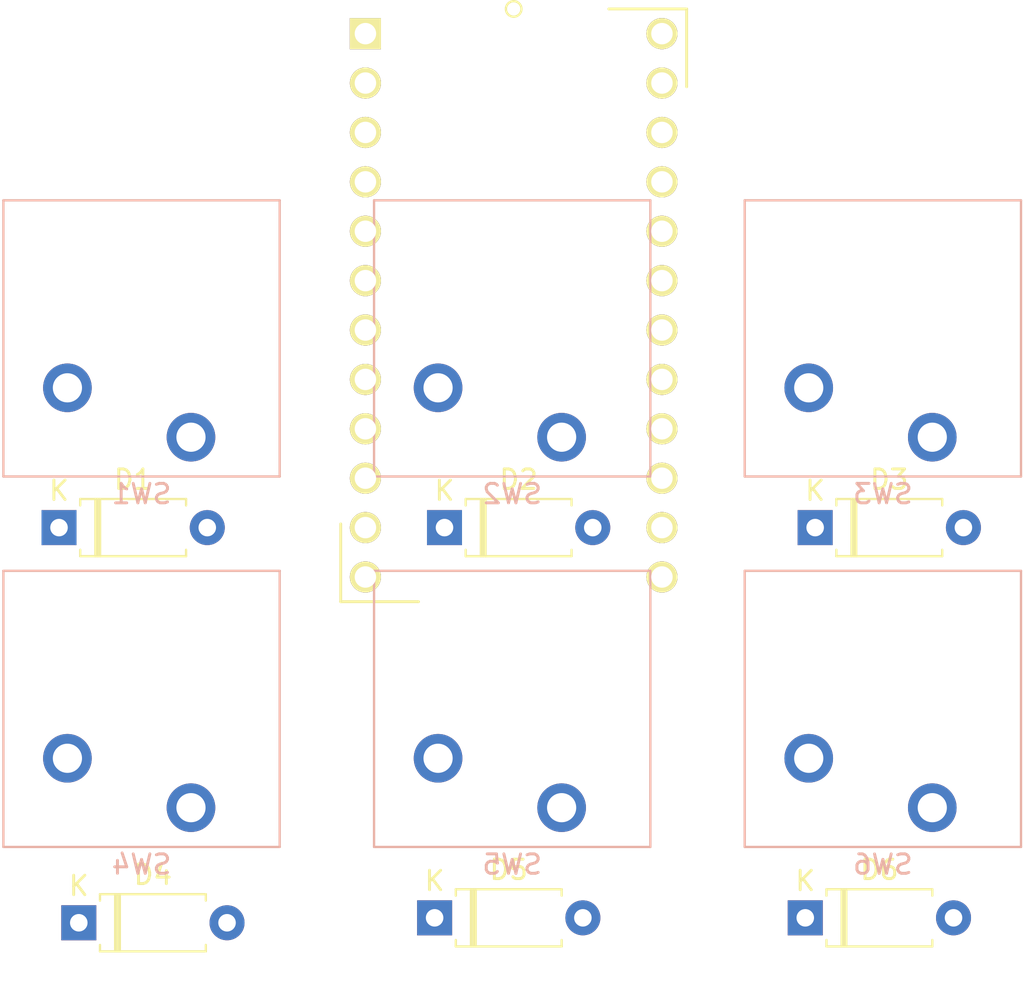
<source format=kicad_pcb>
(kicad_pcb (version 20171130) (host pcbnew 5.1.9-73d0e3b20d~88~ubuntu20.10.1)

  (general
    (thickness 1.6)
    (drawings 0)
    (tracks 2)
    (zones 0)
    (modules 13)
    (nets 31)
  )

  (page A4)
  (layers
    (0 F.Cu signal)
    (31 B.Cu signal)
    (32 B.Adhes user hide)
    (33 F.Adhes user hide)
    (34 B.Paste user hide)
    (35 F.Paste user hide)
    (36 B.SilkS user)
    (37 F.SilkS user)
    (38 B.Mask user)
    (39 F.Mask user)
    (40 Dwgs.User user hide)
    (41 Cmts.User user hide)
    (42 Eco1.User user hide)
    (43 Eco2.User user hide)
    (44 Edge.Cuts user hide)
    (45 Margin user hide)
    (46 B.CrtYd user)
    (47 F.CrtYd user)
    (48 B.Fab user)
    (49 F.Fab user)
  )

  (setup
    (last_trace_width 0.25)
    (trace_clearance 0.2)
    (zone_clearance 0.508)
    (zone_45_only no)
    (trace_min 0.2)
    (via_size 0.8)
    (via_drill 0.4)
    (via_min_size 0.4)
    (via_min_drill 0.3)
    (uvia_size 0.3)
    (uvia_drill 0.1)
    (uvias_allowed no)
    (uvia_min_size 0.2)
    (uvia_min_drill 0.1)
    (edge_width 0.05)
    (segment_width 0.2)
    (pcb_text_width 0.3)
    (pcb_text_size 1.5 1.5)
    (mod_edge_width 0.12)
    (mod_text_size 1 1)
    (mod_text_width 0.15)
    (pad_size 4 4)
    (pad_drill 4)
    (pad_to_mask_clearance 0)
    (aux_axis_origin 0 0)
    (visible_elements FFFFFF7F)
    (pcbplotparams
      (layerselection 0x010fc_ffffffff)
      (usegerberextensions false)
      (usegerberattributes true)
      (usegerberadvancedattributes true)
      (creategerberjobfile true)
      (excludeedgelayer true)
      (linewidth 0.100000)
      (plotframeref false)
      (viasonmask false)
      (mode 1)
      (useauxorigin false)
      (hpglpennumber 1)
      (hpglpenspeed 20)
      (hpglpendiameter 15.000000)
      (psnegative false)
      (psa4output false)
      (plotreference true)
      (plotvalue true)
      (plotinvisibletext false)
      (padsonsilk false)
      (subtractmaskfromsilk false)
      (outputformat 1)
      (mirror false)
      (drillshape 1)
      (scaleselection 1)
      (outputdirectory ""))
  )

  (net 0 "")
  (net 1 /Row_0)
  (net 2 "Net-(D1-Pad2)")
  (net 3 "Net-(D2-Pad2)")
  (net 4 /Row_1)
  (net 5 "Net-(D3-Pad2)")
  (net 6 "Net-(D4-Pad2)")
  (net 7 "Net-(D5-Pad2)")
  (net 8 "Net-(D6-Pad2)")
  (net 9 /Col_0)
  (net 10 /Col_1)
  (net 11 /Col_2)
  (net 12 "Net-(U1-Pad1)")
  (net 13 "Net-(U1-Pad2)")
  (net 14 "Net-(U1-Pad3)")
  (net 15 "Net-(U1-Pad4)")
  (net 16 "Net-(U1-Pad5)")
  (net 17 "Net-(U1-Pad6)")
  (net 18 "Net-(U1-Pad12)")
  (net 19 "Net-(U1-Pad13)")
  (net 20 "Net-(U1-Pad14)")
  (net 21 "Net-(U1-Pad15)")
  (net 22 "Net-(U1-Pad16)")
  (net 23 "Net-(U1-Pad17)")
  (net 24 "Net-(U1-Pad18)")
  (net 25 "Net-(U1-Pad19)")
  (net 26 "Net-(U1-Pad20)")
  (net 27 "Net-(U1-Pad21)")
  (net 28 "Net-(U1-Pad22)")
  (net 29 "Net-(U1-Pad23)")
  (net 30 "Net-(U1-Pad24)")

  (net_class Default "This is the default net class."
    (clearance 0.2)
    (trace_width 0.25)
    (via_dia 0.8)
    (via_drill 0.4)
    (uvia_dia 0.3)
    (uvia_drill 0.1)
    (add_net /Col_0)
    (add_net /Col_1)
    (add_net /Col_2)
    (add_net /Row_0)
    (add_net /Row_1)
    (add_net "Net-(D1-Pad2)")
    (add_net "Net-(D2-Pad2)")
    (add_net "Net-(D3-Pad2)")
    (add_net "Net-(D4-Pad2)")
    (add_net "Net-(D5-Pad2)")
    (add_net "Net-(D6-Pad2)")
    (add_net "Net-(U1-Pad1)")
    (add_net "Net-(U1-Pad12)")
    (add_net "Net-(U1-Pad13)")
    (add_net "Net-(U1-Pad14)")
    (add_net "Net-(U1-Pad15)")
    (add_net "Net-(U1-Pad16)")
    (add_net "Net-(U1-Pad17)")
    (add_net "Net-(U1-Pad18)")
    (add_net "Net-(U1-Pad19)")
    (add_net "Net-(U1-Pad2)")
    (add_net "Net-(U1-Pad20)")
    (add_net "Net-(U1-Pad21)")
    (add_net "Net-(U1-Pad22)")
    (add_net "Net-(U1-Pad23)")
    (add_net "Net-(U1-Pad24)")
    (add_net "Net-(U1-Pad3)")
    (add_net "Net-(U1-Pad4)")
    (add_net "Net-(U1-Pad5)")
    (add_net "Net-(U1-Pad6)")
  )

  (module promicro:ProMicro (layer F.Cu) (tedit 604E8FA4) (tstamp 604F6499)
    (at 119.126 98.298 270)
    (descr "Pro Micro footprint")
    (tags "promicro ProMicro")
    (path /604F2D20)
    (fp_text reference U1 (at 0 -10.16 90) (layer F.SilkS) hide
      (effects (font (size 1 1) (thickness 0.15)))
    )
    (fp_text value ProMicro (at 0 10.16 90) (layer F.Fab)
      (effects (font (size 1 1) (thickness 0.15)))
    )
    (fp_line (start 15.24 4.89) (end 15.24 8.89) (layer F.SilkS) (width 0.15))
    (fp_line (start -15.24 -8.89) (end -11.24 -8.89) (layer F.SilkS) (width 0.15))
    (fp_line (start -15.24 -4.89) (end -15.24 -8.89) (layer F.SilkS) (width 0.15))
    (fp_line (start 11.24 8.89) (end 15.24 8.89) (layer F.SilkS) (width 0.15))
    (fp_circle (center -15.24 0) (end -14.84 0) (layer F.SilkS) (width 0.12))
    (pad 1 thru_hole rect (at -13.97 7.62 270) (size 1.6 1.6) (drill 1.1) (layers *.Cu *.Mask F.SilkS)
      (net 12 "Net-(U1-Pad1)"))
    (pad 2 thru_hole circle (at -11.43 7.62 270) (size 1.6 1.6) (drill 1.1) (layers *.Cu *.Mask F.SilkS)
      (net 13 "Net-(U1-Pad2)"))
    (pad 3 thru_hole circle (at -8.89 7.62 270) (size 1.6 1.6) (drill 1.1) (layers *.Cu *.Mask F.SilkS)
      (net 14 "Net-(U1-Pad3)"))
    (pad 4 thru_hole circle (at -6.35 7.62 270) (size 1.6 1.6) (drill 1.1) (layers *.Cu *.Mask F.SilkS)
      (net 15 "Net-(U1-Pad4)"))
    (pad 5 thru_hole circle (at -3.81 7.62 270) (size 1.6 1.6) (drill 1.1) (layers *.Cu *.Mask F.SilkS)
      (net 16 "Net-(U1-Pad5)"))
    (pad 6 thru_hole circle (at -1.27 7.62 270) (size 1.6 1.6) (drill 1.1) (layers *.Cu *.Mask F.SilkS)
      (net 17 "Net-(U1-Pad6)"))
    (pad 7 thru_hole circle (at 1.27 7.62 270) (size 1.6 1.6) (drill 1.1) (layers *.Cu *.Mask F.SilkS)
      (net 1 /Row_0))
    (pad 8 thru_hole circle (at 3.81 7.62 270) (size 1.6 1.6) (drill 1.1) (layers *.Cu *.Mask F.SilkS)
      (net 4 /Row_1))
    (pad 9 thru_hole circle (at 6.35 7.62 270) (size 1.6 1.6) (drill 1.1) (layers *.Cu *.Mask F.SilkS)
      (net 9 /Col_0))
    (pad 10 thru_hole circle (at 8.89 7.62 270) (size 1.6 1.6) (drill 1.1) (layers *.Cu *.Mask F.SilkS)
      (net 10 /Col_1))
    (pad 11 thru_hole circle (at 11.43 7.62 270) (size 1.6 1.6) (drill 1.1) (layers *.Cu *.Mask F.SilkS)
      (net 11 /Col_2))
    (pad 12 thru_hole circle (at 13.97 7.62 270) (size 1.6 1.6) (drill 1.1) (layers *.Cu *.Mask F.SilkS)
      (net 18 "Net-(U1-Pad12)"))
    (pad 13 thru_hole circle (at 13.97 -7.62 270) (size 1.6 1.6) (drill 1.1) (layers *.Cu *.Mask F.SilkS)
      (net 19 "Net-(U1-Pad13)"))
    (pad 14 thru_hole circle (at 11.43 -7.62 270) (size 1.6 1.6) (drill 1.1) (layers *.Cu *.Mask F.SilkS)
      (net 20 "Net-(U1-Pad14)"))
    (pad 15 thru_hole circle (at 8.89 -7.62 270) (size 1.6 1.6) (drill 1.1) (layers *.Cu *.Mask F.SilkS)
      (net 21 "Net-(U1-Pad15)"))
    (pad 16 thru_hole circle (at 6.35 -7.62 270) (size 1.6 1.6) (drill 1.1) (layers *.Cu *.Mask F.SilkS)
      (net 22 "Net-(U1-Pad16)"))
    (pad 17 thru_hole circle (at 3.81 -7.62 270) (size 1.6 1.6) (drill 1.1) (layers *.Cu *.Mask F.SilkS)
      (net 23 "Net-(U1-Pad17)"))
    (pad 18 thru_hole circle (at 1.27 -7.62 270) (size 1.6 1.6) (drill 1.1) (layers *.Cu *.Mask F.SilkS)
      (net 24 "Net-(U1-Pad18)"))
    (pad 19 thru_hole circle (at -1.27 -7.62 270) (size 1.6 1.6) (drill 1.1) (layers *.Cu *.Mask F.SilkS)
      (net 25 "Net-(U1-Pad19)"))
    (pad 20 thru_hole circle (at -3.81 -7.62 270) (size 1.6 1.6) (drill 1.1) (layers *.Cu *.Mask F.SilkS)
      (net 26 "Net-(U1-Pad20)"))
    (pad 21 thru_hole circle (at -6.35 -7.62 270) (size 1.6 1.6) (drill 1.1) (layers *.Cu *.Mask F.SilkS)
      (net 27 "Net-(U1-Pad21)"))
    (pad 22 thru_hole circle (at -8.89 -7.62 270) (size 1.6 1.6) (drill 1.1) (layers *.Cu *.Mask F.SilkS)
      (net 28 "Net-(U1-Pad22)"))
    (pad 23 thru_hole circle (at -11.43 -7.62 270) (size 1.6 1.6) (drill 1.1) (layers *.Cu *.Mask F.SilkS)
      (net 29 "Net-(U1-Pad23)"))
    (pad 24 thru_hole circle (at -13.97 -7.62 270) (size 1.6 1.6) (drill 1.1) (layers *.Cu *.Mask F.SilkS)
      (net 30 "Net-(U1-Pad24)"))
  )

  (module Diode_THT:D_A-405_P7.62mm_Horizontal (layer F.Cu) (tedit 5AE50CD5) (tstamp 6050EB30)
    (at 95.758 109.728)
    (descr "Diode, A-405 series, Axial, Horizontal, pin pitch=7.62mm, , length*diameter=5.2*2.7mm^2, , http://www.diodes.com/_files/packages/A-405.pdf")
    (tags "Diode A-405 series Axial Horizontal pin pitch 7.62mm  length 5.2mm diameter 2.7mm")
    (path /604FB85A)
    (fp_text reference D1 (at 3.81 -2.47) (layer F.SilkS)
      (effects (font (size 1 1) (thickness 0.15)))
    )
    (fp_text value D (at 3.81 2.47) (layer F.Fab)
      (effects (font (size 1 1) (thickness 0.15)))
    )
    (fp_line (start 8.77 -1.6) (end -1.15 -1.6) (layer F.CrtYd) (width 0.05))
    (fp_line (start 8.77 1.6) (end 8.77 -1.6) (layer F.CrtYd) (width 0.05))
    (fp_line (start -1.15 1.6) (end 8.77 1.6) (layer F.CrtYd) (width 0.05))
    (fp_line (start -1.15 -1.6) (end -1.15 1.6) (layer F.CrtYd) (width 0.05))
    (fp_line (start 1.87 -1.47) (end 1.87 1.47) (layer F.SilkS) (width 0.12))
    (fp_line (start 2.11 -1.47) (end 2.11 1.47) (layer F.SilkS) (width 0.12))
    (fp_line (start 1.99 -1.47) (end 1.99 1.47) (layer F.SilkS) (width 0.12))
    (fp_line (start 6.53 1.47) (end 6.53 1.14) (layer F.SilkS) (width 0.12))
    (fp_line (start 1.09 1.47) (end 6.53 1.47) (layer F.SilkS) (width 0.12))
    (fp_line (start 1.09 1.14) (end 1.09 1.47) (layer F.SilkS) (width 0.12))
    (fp_line (start 6.53 -1.47) (end 6.53 -1.14) (layer F.SilkS) (width 0.12))
    (fp_line (start 1.09 -1.47) (end 6.53 -1.47) (layer F.SilkS) (width 0.12))
    (fp_line (start 1.09 -1.14) (end 1.09 -1.47) (layer F.SilkS) (width 0.12))
    (fp_line (start 1.89 -1.35) (end 1.89 1.35) (layer F.Fab) (width 0.1))
    (fp_line (start 2.09 -1.35) (end 2.09 1.35) (layer F.Fab) (width 0.1))
    (fp_line (start 1.99 -1.35) (end 1.99 1.35) (layer F.Fab) (width 0.1))
    (fp_line (start 7.62 0) (end 6.41 0) (layer F.Fab) (width 0.1))
    (fp_line (start 0 0) (end 1.21 0) (layer F.Fab) (width 0.1))
    (fp_line (start 6.41 -1.35) (end 1.21 -1.35) (layer F.Fab) (width 0.1))
    (fp_line (start 6.41 1.35) (end 6.41 -1.35) (layer F.Fab) (width 0.1))
    (fp_line (start 1.21 1.35) (end 6.41 1.35) (layer F.Fab) (width 0.1))
    (fp_line (start 1.21 -1.35) (end 1.21 1.35) (layer F.Fab) (width 0.1))
    (fp_text user %R (at 4.2 0) (layer F.Fab)
      (effects (font (size 1 1) (thickness 0.15)))
    )
    (fp_text user K (at 0 -1.9) (layer F.Fab)
      (effects (font (size 1 1) (thickness 0.15)))
    )
    (fp_text user K (at 0 -1.9) (layer F.SilkS)
      (effects (font (size 1 1) (thickness 0.15)))
    )
    (pad 1 thru_hole rect (at 0 0) (size 1.8 1.8) (drill 0.9) (layers *.Cu *.Mask)
      (net 1 /Row_0))
    (pad 2 thru_hole oval (at 7.62 0) (size 1.8 1.8) (drill 0.9) (layers *.Cu *.Mask)
      (net 2 "Net-(D1-Pad2)"))
    (model ${KISYS3DMOD}/Diode_THT.3dshapes/D_A-405_P7.62mm_Horizontal.wrl
      (at (xyz 0 0 0))
      (scale (xyz 1 1 1))
      (rotate (xyz 0 0 0))
    )
  )

  (module Diode_THT:D_A-405_P7.62mm_Horizontal (layer F.Cu) (tedit 5AE50CD5) (tstamp 6050EB4E)
    (at 115.57 109.728)
    (descr "Diode, A-405 series, Axial, Horizontal, pin pitch=7.62mm, , length*diameter=5.2*2.7mm^2, , http://www.diodes.com/_files/packages/A-405.pdf")
    (tags "Diode A-405 series Axial Horizontal pin pitch 7.62mm  length 5.2mm diameter 2.7mm")
    (path /6050256B)
    (fp_text reference D2 (at 3.81 -2.47) (layer F.SilkS)
      (effects (font (size 1 1) (thickness 0.15)))
    )
    (fp_text value D (at 3.81 2.47) (layer F.Fab)
      (effects (font (size 1 1) (thickness 0.15)))
    )
    (fp_line (start 1.21 -1.35) (end 1.21 1.35) (layer F.Fab) (width 0.1))
    (fp_line (start 1.21 1.35) (end 6.41 1.35) (layer F.Fab) (width 0.1))
    (fp_line (start 6.41 1.35) (end 6.41 -1.35) (layer F.Fab) (width 0.1))
    (fp_line (start 6.41 -1.35) (end 1.21 -1.35) (layer F.Fab) (width 0.1))
    (fp_line (start 0 0) (end 1.21 0) (layer F.Fab) (width 0.1))
    (fp_line (start 7.62 0) (end 6.41 0) (layer F.Fab) (width 0.1))
    (fp_line (start 1.99 -1.35) (end 1.99 1.35) (layer F.Fab) (width 0.1))
    (fp_line (start 2.09 -1.35) (end 2.09 1.35) (layer F.Fab) (width 0.1))
    (fp_line (start 1.89 -1.35) (end 1.89 1.35) (layer F.Fab) (width 0.1))
    (fp_line (start 1.09 -1.14) (end 1.09 -1.47) (layer F.SilkS) (width 0.12))
    (fp_line (start 1.09 -1.47) (end 6.53 -1.47) (layer F.SilkS) (width 0.12))
    (fp_line (start 6.53 -1.47) (end 6.53 -1.14) (layer F.SilkS) (width 0.12))
    (fp_line (start 1.09 1.14) (end 1.09 1.47) (layer F.SilkS) (width 0.12))
    (fp_line (start 1.09 1.47) (end 6.53 1.47) (layer F.SilkS) (width 0.12))
    (fp_line (start 6.53 1.47) (end 6.53 1.14) (layer F.SilkS) (width 0.12))
    (fp_line (start 1.99 -1.47) (end 1.99 1.47) (layer F.SilkS) (width 0.12))
    (fp_line (start 2.11 -1.47) (end 2.11 1.47) (layer F.SilkS) (width 0.12))
    (fp_line (start 1.87 -1.47) (end 1.87 1.47) (layer F.SilkS) (width 0.12))
    (fp_line (start -1.15 -1.6) (end -1.15 1.6) (layer F.CrtYd) (width 0.05))
    (fp_line (start -1.15 1.6) (end 8.77 1.6) (layer F.CrtYd) (width 0.05))
    (fp_line (start 8.77 1.6) (end 8.77 -1.6) (layer F.CrtYd) (width 0.05))
    (fp_line (start 8.77 -1.6) (end -1.15 -1.6) (layer F.CrtYd) (width 0.05))
    (fp_text user K (at 0 -1.9) (layer F.SilkS)
      (effects (font (size 1 1) (thickness 0.15)))
    )
    (fp_text user K (at 0 -1.9) (layer F.Fab)
      (effects (font (size 1 1) (thickness 0.15)))
    )
    (fp_text user %R (at 4.2 0) (layer F.Fab)
      (effects (font (size 1 1) (thickness 0.15)))
    )
    (pad 2 thru_hole oval (at 7.62 0) (size 1.8 1.8) (drill 0.9) (layers *.Cu *.Mask)
      (net 3 "Net-(D2-Pad2)"))
    (pad 1 thru_hole rect (at 0 0) (size 1.8 1.8) (drill 0.9) (layers *.Cu *.Mask)
      (net 1 /Row_0))
    (model ${KISYS3DMOD}/Diode_THT.3dshapes/D_A-405_P7.62mm_Horizontal.wrl
      (at (xyz 0 0 0))
      (scale (xyz 1 1 1))
      (rotate (xyz 0 0 0))
    )
  )

  (module Diode_THT:D_A-405_P7.62mm_Horizontal (layer F.Cu) (tedit 5AE50CD5) (tstamp 6050EB6C)
    (at 134.62 109.728)
    (descr "Diode, A-405 series, Axial, Horizontal, pin pitch=7.62mm, , length*diameter=5.2*2.7mm^2, , http://www.diodes.com/_files/packages/A-405.pdf")
    (tags "Diode A-405 series Axial Horizontal pin pitch 7.62mm  length 5.2mm diameter 2.7mm")
    (path /60502B62)
    (fp_text reference D3 (at 3.81 -2.47) (layer F.SilkS)
      (effects (font (size 1 1) (thickness 0.15)))
    )
    (fp_text value D (at 3.81 2.47) (layer F.Fab)
      (effects (font (size 1 1) (thickness 0.15)))
    )
    (fp_line (start 8.77 -1.6) (end -1.15 -1.6) (layer F.CrtYd) (width 0.05))
    (fp_line (start 8.77 1.6) (end 8.77 -1.6) (layer F.CrtYd) (width 0.05))
    (fp_line (start -1.15 1.6) (end 8.77 1.6) (layer F.CrtYd) (width 0.05))
    (fp_line (start -1.15 -1.6) (end -1.15 1.6) (layer F.CrtYd) (width 0.05))
    (fp_line (start 1.87 -1.47) (end 1.87 1.47) (layer F.SilkS) (width 0.12))
    (fp_line (start 2.11 -1.47) (end 2.11 1.47) (layer F.SilkS) (width 0.12))
    (fp_line (start 1.99 -1.47) (end 1.99 1.47) (layer F.SilkS) (width 0.12))
    (fp_line (start 6.53 1.47) (end 6.53 1.14) (layer F.SilkS) (width 0.12))
    (fp_line (start 1.09 1.47) (end 6.53 1.47) (layer F.SilkS) (width 0.12))
    (fp_line (start 1.09 1.14) (end 1.09 1.47) (layer F.SilkS) (width 0.12))
    (fp_line (start 6.53 -1.47) (end 6.53 -1.14) (layer F.SilkS) (width 0.12))
    (fp_line (start 1.09 -1.47) (end 6.53 -1.47) (layer F.SilkS) (width 0.12))
    (fp_line (start 1.09 -1.14) (end 1.09 -1.47) (layer F.SilkS) (width 0.12))
    (fp_line (start 1.89 -1.35) (end 1.89 1.35) (layer F.Fab) (width 0.1))
    (fp_line (start 2.09 -1.35) (end 2.09 1.35) (layer F.Fab) (width 0.1))
    (fp_line (start 1.99 -1.35) (end 1.99 1.35) (layer F.Fab) (width 0.1))
    (fp_line (start 7.62 0) (end 6.41 0) (layer F.Fab) (width 0.1))
    (fp_line (start 0 0) (end 1.21 0) (layer F.Fab) (width 0.1))
    (fp_line (start 6.41 -1.35) (end 1.21 -1.35) (layer F.Fab) (width 0.1))
    (fp_line (start 6.41 1.35) (end 6.41 -1.35) (layer F.Fab) (width 0.1))
    (fp_line (start 1.21 1.35) (end 6.41 1.35) (layer F.Fab) (width 0.1))
    (fp_line (start 1.21 -1.35) (end 1.21 1.35) (layer F.Fab) (width 0.1))
    (fp_text user %R (at 4.2 0) (layer F.Fab)
      (effects (font (size 1 1) (thickness 0.15)))
    )
    (fp_text user K (at 0 -1.9) (layer F.Fab)
      (effects (font (size 1 1) (thickness 0.15)))
    )
    (fp_text user K (at 0 -1.9) (layer F.SilkS)
      (effects (font (size 1 1) (thickness 0.15)))
    )
    (pad 1 thru_hole rect (at 0 0) (size 1.8 1.8) (drill 0.9) (layers *.Cu *.Mask)
      (net 1 /Row_0))
    (pad 2 thru_hole oval (at 7.62 0) (size 1.8 1.8) (drill 0.9) (layers *.Cu *.Mask)
      (net 5 "Net-(D3-Pad2)"))
    (model ${KISYS3DMOD}/Diode_THT.3dshapes/D_A-405_P7.62mm_Horizontal.wrl
      (at (xyz 0 0 0))
      (scale (xyz 1 1 1))
      (rotate (xyz 0 0 0))
    )
  )

  (module Diode_THT:D_A-405_P7.62mm_Horizontal (layer F.Cu) (tedit 5AE50CD5) (tstamp 6050EB8A)
    (at 96.774 130.048)
    (descr "Diode, A-405 series, Axial, Horizontal, pin pitch=7.62mm, , length*diameter=5.2*2.7mm^2, , http://www.diodes.com/_files/packages/A-405.pdf")
    (tags "Diode A-405 series Axial Horizontal pin pitch 7.62mm  length 5.2mm diameter 2.7mm")
    (path /6051FFAF)
    (fp_text reference D4 (at 3.81 -2.47) (layer F.SilkS)
      (effects (font (size 1 1) (thickness 0.15)))
    )
    (fp_text value D (at 3.81 2.47) (layer F.Fab)
      (effects (font (size 1 1) (thickness 0.15)))
    )
    (fp_line (start 1.21 -1.35) (end 1.21 1.35) (layer F.Fab) (width 0.1))
    (fp_line (start 1.21 1.35) (end 6.41 1.35) (layer F.Fab) (width 0.1))
    (fp_line (start 6.41 1.35) (end 6.41 -1.35) (layer F.Fab) (width 0.1))
    (fp_line (start 6.41 -1.35) (end 1.21 -1.35) (layer F.Fab) (width 0.1))
    (fp_line (start 0 0) (end 1.21 0) (layer F.Fab) (width 0.1))
    (fp_line (start 7.62 0) (end 6.41 0) (layer F.Fab) (width 0.1))
    (fp_line (start 1.99 -1.35) (end 1.99 1.35) (layer F.Fab) (width 0.1))
    (fp_line (start 2.09 -1.35) (end 2.09 1.35) (layer F.Fab) (width 0.1))
    (fp_line (start 1.89 -1.35) (end 1.89 1.35) (layer F.Fab) (width 0.1))
    (fp_line (start 1.09 -1.14) (end 1.09 -1.47) (layer F.SilkS) (width 0.12))
    (fp_line (start 1.09 -1.47) (end 6.53 -1.47) (layer F.SilkS) (width 0.12))
    (fp_line (start 6.53 -1.47) (end 6.53 -1.14) (layer F.SilkS) (width 0.12))
    (fp_line (start 1.09 1.14) (end 1.09 1.47) (layer F.SilkS) (width 0.12))
    (fp_line (start 1.09 1.47) (end 6.53 1.47) (layer F.SilkS) (width 0.12))
    (fp_line (start 6.53 1.47) (end 6.53 1.14) (layer F.SilkS) (width 0.12))
    (fp_line (start 1.99 -1.47) (end 1.99 1.47) (layer F.SilkS) (width 0.12))
    (fp_line (start 2.11 -1.47) (end 2.11 1.47) (layer F.SilkS) (width 0.12))
    (fp_line (start 1.87 -1.47) (end 1.87 1.47) (layer F.SilkS) (width 0.12))
    (fp_line (start -1.15 -1.6) (end -1.15 1.6) (layer F.CrtYd) (width 0.05))
    (fp_line (start -1.15 1.6) (end 8.77 1.6) (layer F.CrtYd) (width 0.05))
    (fp_line (start 8.77 1.6) (end 8.77 -1.6) (layer F.CrtYd) (width 0.05))
    (fp_line (start 8.77 -1.6) (end -1.15 -1.6) (layer F.CrtYd) (width 0.05))
    (fp_text user K (at 0 -1.9) (layer F.SilkS)
      (effects (font (size 1 1) (thickness 0.15)))
    )
    (fp_text user K (at 0 -1.9) (layer F.Fab)
      (effects (font (size 1 1) (thickness 0.15)))
    )
    (fp_text user %R (at 4.2 0) (layer F.Fab)
      (effects (font (size 1 1) (thickness 0.15)))
    )
    (pad 2 thru_hole oval (at 7.62 0) (size 1.8 1.8) (drill 0.9) (layers *.Cu *.Mask)
      (net 6 "Net-(D4-Pad2)"))
    (pad 1 thru_hole rect (at 0 0) (size 1.8 1.8) (drill 0.9) (layers *.Cu *.Mask)
      (net 4 /Row_1))
    (model ${KISYS3DMOD}/Diode_THT.3dshapes/D_A-405_P7.62mm_Horizontal.wrl
      (at (xyz 0 0 0))
      (scale (xyz 1 1 1))
      (rotate (xyz 0 0 0))
    )
  )

  (module Diode_THT:D_A-405_P7.62mm_Horizontal (layer F.Cu) (tedit 5AE50CD5) (tstamp 6050EBA8)
    (at 115.062 129.794)
    (descr "Diode, A-405 series, Axial, Horizontal, pin pitch=7.62mm, , length*diameter=5.2*2.7mm^2, , http://www.diodes.com/_files/packages/A-405.pdf")
    (tags "Diode A-405 series Axial Horizontal pin pitch 7.62mm  length 5.2mm diameter 2.7mm")
    (path /605207A3)
    (fp_text reference D5 (at 3.81 -2.47) (layer F.SilkS)
      (effects (font (size 1 1) (thickness 0.15)))
    )
    (fp_text value D (at 3.81 2.47) (layer F.Fab)
      (effects (font (size 1 1) (thickness 0.15)))
    )
    (fp_line (start 8.77 -1.6) (end -1.15 -1.6) (layer F.CrtYd) (width 0.05))
    (fp_line (start 8.77 1.6) (end 8.77 -1.6) (layer F.CrtYd) (width 0.05))
    (fp_line (start -1.15 1.6) (end 8.77 1.6) (layer F.CrtYd) (width 0.05))
    (fp_line (start -1.15 -1.6) (end -1.15 1.6) (layer F.CrtYd) (width 0.05))
    (fp_line (start 1.87 -1.47) (end 1.87 1.47) (layer F.SilkS) (width 0.12))
    (fp_line (start 2.11 -1.47) (end 2.11 1.47) (layer F.SilkS) (width 0.12))
    (fp_line (start 1.99 -1.47) (end 1.99 1.47) (layer F.SilkS) (width 0.12))
    (fp_line (start 6.53 1.47) (end 6.53 1.14) (layer F.SilkS) (width 0.12))
    (fp_line (start 1.09 1.47) (end 6.53 1.47) (layer F.SilkS) (width 0.12))
    (fp_line (start 1.09 1.14) (end 1.09 1.47) (layer F.SilkS) (width 0.12))
    (fp_line (start 6.53 -1.47) (end 6.53 -1.14) (layer F.SilkS) (width 0.12))
    (fp_line (start 1.09 -1.47) (end 6.53 -1.47) (layer F.SilkS) (width 0.12))
    (fp_line (start 1.09 -1.14) (end 1.09 -1.47) (layer F.SilkS) (width 0.12))
    (fp_line (start 1.89 -1.35) (end 1.89 1.35) (layer F.Fab) (width 0.1))
    (fp_line (start 2.09 -1.35) (end 2.09 1.35) (layer F.Fab) (width 0.1))
    (fp_line (start 1.99 -1.35) (end 1.99 1.35) (layer F.Fab) (width 0.1))
    (fp_line (start 7.62 0) (end 6.41 0) (layer F.Fab) (width 0.1))
    (fp_line (start 0 0) (end 1.21 0) (layer F.Fab) (width 0.1))
    (fp_line (start 6.41 -1.35) (end 1.21 -1.35) (layer F.Fab) (width 0.1))
    (fp_line (start 6.41 1.35) (end 6.41 -1.35) (layer F.Fab) (width 0.1))
    (fp_line (start 1.21 1.35) (end 6.41 1.35) (layer F.Fab) (width 0.1))
    (fp_line (start 1.21 -1.35) (end 1.21 1.35) (layer F.Fab) (width 0.1))
    (fp_text user %R (at 4.2 0) (layer F.Fab)
      (effects (font (size 1 1) (thickness 0.15)))
    )
    (fp_text user K (at 0 -1.9) (layer F.Fab)
      (effects (font (size 1 1) (thickness 0.15)))
    )
    (fp_text user K (at 0 -1.9) (layer F.SilkS)
      (effects (font (size 1 1) (thickness 0.15)))
    )
    (pad 1 thru_hole rect (at 0 0) (size 1.8 1.8) (drill 0.9) (layers *.Cu *.Mask)
      (net 4 /Row_1))
    (pad 2 thru_hole oval (at 7.62 0) (size 1.8 1.8) (drill 0.9) (layers *.Cu *.Mask)
      (net 7 "Net-(D5-Pad2)"))
    (model ${KISYS3DMOD}/Diode_THT.3dshapes/D_A-405_P7.62mm_Horizontal.wrl
      (at (xyz 0 0 0))
      (scale (xyz 1 1 1))
      (rotate (xyz 0 0 0))
    )
  )

  (module Diode_THT:D_A-405_P7.62mm_Horizontal (layer F.Cu) (tedit 5AE50CD5) (tstamp 6050EBC6)
    (at 134.112 129.794)
    (descr "Diode, A-405 series, Axial, Horizontal, pin pitch=7.62mm, , length*diameter=5.2*2.7mm^2, , http://www.diodes.com/_files/packages/A-405.pdf")
    (tags "Diode A-405 series Axial Horizontal pin pitch 7.62mm  length 5.2mm diameter 2.7mm")
    (path /60520D0A)
    (fp_text reference D6 (at 3.81 -2.47) (layer F.SilkS)
      (effects (font (size 1 1) (thickness 0.15)))
    )
    (fp_text value D (at 3.81 2.47) (layer F.Fab)
      (effects (font (size 1 1) (thickness 0.15)))
    )
    (fp_line (start 1.21 -1.35) (end 1.21 1.35) (layer F.Fab) (width 0.1))
    (fp_line (start 1.21 1.35) (end 6.41 1.35) (layer F.Fab) (width 0.1))
    (fp_line (start 6.41 1.35) (end 6.41 -1.35) (layer F.Fab) (width 0.1))
    (fp_line (start 6.41 -1.35) (end 1.21 -1.35) (layer F.Fab) (width 0.1))
    (fp_line (start 0 0) (end 1.21 0) (layer F.Fab) (width 0.1))
    (fp_line (start 7.62 0) (end 6.41 0) (layer F.Fab) (width 0.1))
    (fp_line (start 1.99 -1.35) (end 1.99 1.35) (layer F.Fab) (width 0.1))
    (fp_line (start 2.09 -1.35) (end 2.09 1.35) (layer F.Fab) (width 0.1))
    (fp_line (start 1.89 -1.35) (end 1.89 1.35) (layer F.Fab) (width 0.1))
    (fp_line (start 1.09 -1.14) (end 1.09 -1.47) (layer F.SilkS) (width 0.12))
    (fp_line (start 1.09 -1.47) (end 6.53 -1.47) (layer F.SilkS) (width 0.12))
    (fp_line (start 6.53 -1.47) (end 6.53 -1.14) (layer F.SilkS) (width 0.12))
    (fp_line (start 1.09 1.14) (end 1.09 1.47) (layer F.SilkS) (width 0.12))
    (fp_line (start 1.09 1.47) (end 6.53 1.47) (layer F.SilkS) (width 0.12))
    (fp_line (start 6.53 1.47) (end 6.53 1.14) (layer F.SilkS) (width 0.12))
    (fp_line (start 1.99 -1.47) (end 1.99 1.47) (layer F.SilkS) (width 0.12))
    (fp_line (start 2.11 -1.47) (end 2.11 1.47) (layer F.SilkS) (width 0.12))
    (fp_line (start 1.87 -1.47) (end 1.87 1.47) (layer F.SilkS) (width 0.12))
    (fp_line (start -1.15 -1.6) (end -1.15 1.6) (layer F.CrtYd) (width 0.05))
    (fp_line (start -1.15 1.6) (end 8.77 1.6) (layer F.CrtYd) (width 0.05))
    (fp_line (start 8.77 1.6) (end 8.77 -1.6) (layer F.CrtYd) (width 0.05))
    (fp_line (start 8.77 -1.6) (end -1.15 -1.6) (layer F.CrtYd) (width 0.05))
    (fp_text user K (at 0 -1.9) (layer F.SilkS)
      (effects (font (size 1 1) (thickness 0.15)))
    )
    (fp_text user K (at 0 -1.9) (layer F.Fab)
      (effects (font (size 1 1) (thickness 0.15)))
    )
    (fp_text user %R (at 4.2 0) (layer F.Fab)
      (effects (font (size 1 1) (thickness 0.15)))
    )
    (pad 2 thru_hole oval (at 7.62 0) (size 1.8 1.8) (drill 0.9) (layers *.Cu *.Mask)
      (net 8 "Net-(D6-Pad2)"))
    (pad 1 thru_hole rect (at 0 0) (size 1.8 1.8) (drill 0.9) (layers *.Cu *.Mask)
      (net 4 /Row_1))
    (model ${KISYS3DMOD}/Diode_THT.3dshapes/D_A-405_P7.62mm_Horizontal.wrl
      (at (xyz 0 0 0))
      (scale (xyz 1 1 1))
      (rotate (xyz 0 0 0))
    )
  )

  (module Switch_Keyboard_Cherry_MX:SW_Cherry_MX_PCB (layer B.Cu) (tedit 602D5B6F) (tstamp 605771A6)
    (at 100 100)
    (descr "Cherry MX keyswitch, https://www.cherrymx.de/en/dev.html")
    (tags "Cherry MX Keyboard Keyswitch Switch PCB")
    (path /604E9B04)
    (fp_text reference SW1 (at 0 8) (layer B.SilkS)
      (effects (font (size 1 1) (thickness 0.15)) (justify mirror))
    )
    (fp_text value SW_Push (at 0 -8) (layer B.Fab)
      (effects (font (size 1 1) (thickness 0.15)) (justify mirror))
    )
    (fp_line (start 7.25 7.25) (end -7.25 7.25) (layer B.CrtYd) (width 0.05))
    (fp_line (start 7.25 -7.25) (end 7.25 7.25) (layer B.CrtYd) (width 0.05))
    (fp_line (start -7.25 -7.25) (end 7.25 -7.25) (layer B.CrtYd) (width 0.05))
    (fp_line (start -7.25 7.25) (end -7.25 -7.25) (layer B.CrtYd) (width 0.05))
    (fp_line (start 7.1 7.1) (end -7.1 7.1) (layer B.SilkS) (width 0.12))
    (fp_line (start 7.1 -7.1) (end 7.1 7.1) (layer B.SilkS) (width 0.12))
    (fp_line (start -7.1 -7.1) (end 7.1 -7.1) (layer B.SilkS) (width 0.12))
    (fp_line (start -7.1 7.1) (end -7.1 -7.1) (layer B.SilkS) (width 0.12))
    (fp_line (start 7 7) (end -7 7) (layer B.Fab) (width 0.1))
    (fp_line (start 7 -7) (end 7 7) (layer B.Fab) (width 0.1))
    (fp_line (start -7 -7) (end 7 -7) (layer B.Fab) (width 0.1))
    (fp_line (start -7 7) (end -7 -7) (layer B.Fab) (width 0.1))
    (fp_text user %R (at 0 0) (layer B.Fab)
      (effects (font (size 1 1) (thickness 0.15)) (justify mirror))
    )
    (pad 1 thru_hole circle (at -3.81 2.54) (size 2.5 2.5) (drill 1.5) (layers *.Cu F.Mask)
      (net 2 "Net-(D1-Pad2)"))
    (pad 2 thru_hole circle (at 2.54 5.08) (size 2.5 2.5) (drill 1.5) (layers *.Cu F.Mask)
      (net 9 /Col_0))
    (pad "" np_thru_hole circle (at 0 0) (size 4 4) (drill 4) (layers *.Cu *.Mask))
    (pad "" np_thru_hole circle (at -5.08 0) (size 1.75 1.75) (drill 1.75) (layers *.Cu *.Mask))
    (pad "" np_thru_hole circle (at 5.08 0) (size 1.75 1.75) (drill 1.75) (layers *.Cu *.Mask))
    (model ${KEYSWITCH_LIB_3D}/Switch_Keyboard_Cherry_MX.3dshapes/SW_Cherry_MX_PCB.wrl
      (at (xyz 0 0 0))
      (scale (xyz 1 1 1))
      (rotate (xyz 0 0 0))
    )
  )

  (module Switch_Keyboard_Cherry_MX:SW_Cherry_MX_PCB (layer B.Cu) (tedit 602D5B6F) (tstamp 605771BB)
    (at 119.05 100)
    (descr "Cherry MX keyswitch, https://www.cherrymx.de/en/dev.html")
    (tags "Cherry MX Keyboard Keyswitch Switch PCB")
    (path /604EA70F)
    (fp_text reference SW2 (at 0 8) (layer B.SilkS)
      (effects (font (size 1 1) (thickness 0.15)) (justify mirror))
    )
    (fp_text value SW_Push (at 0 -8) (layer B.Fab)
      (effects (font (size 1 1) (thickness 0.15)) (justify mirror))
    )
    (fp_text user %R (at 0 0) (layer B.Fab)
      (effects (font (size 1 1) (thickness 0.15)) (justify mirror))
    )
    (fp_line (start -7 7) (end -7 -7) (layer B.Fab) (width 0.1))
    (fp_line (start -7 -7) (end 7 -7) (layer B.Fab) (width 0.1))
    (fp_line (start 7 -7) (end 7 7) (layer B.Fab) (width 0.1))
    (fp_line (start 7 7) (end -7 7) (layer B.Fab) (width 0.1))
    (fp_line (start -7.1 7.1) (end -7.1 -7.1) (layer B.SilkS) (width 0.12))
    (fp_line (start -7.1 -7.1) (end 7.1 -7.1) (layer B.SilkS) (width 0.12))
    (fp_line (start 7.1 -7.1) (end 7.1 7.1) (layer B.SilkS) (width 0.12))
    (fp_line (start 7.1 7.1) (end -7.1 7.1) (layer B.SilkS) (width 0.12))
    (fp_line (start -7.25 7.25) (end -7.25 -7.25) (layer B.CrtYd) (width 0.05))
    (fp_line (start -7.25 -7.25) (end 7.25 -7.25) (layer B.CrtYd) (width 0.05))
    (fp_line (start 7.25 -7.25) (end 7.25 7.25) (layer B.CrtYd) (width 0.05))
    (fp_line (start 7.25 7.25) (end -7.25 7.25) (layer B.CrtYd) (width 0.05))
    (pad "" np_thru_hole circle (at 5.08 0) (size 1.75 1.75) (drill 1.75) (layers *.Cu *.Mask))
    (pad "" np_thru_hole circle (at -5.08 0) (size 1.75 1.75) (drill 1.75) (layers *.Cu *.Mask))
    (pad "" np_thru_hole circle (at 0 0) (size 4 4) (drill 4) (layers *.Cu *.Mask))
    (pad 2 thru_hole circle (at 2.54 5.08) (size 2.5 2.5) (drill 1.5) (layers *.Cu F.Mask)
      (net 10 /Col_1))
    (pad 1 thru_hole circle (at -3.81 2.54) (size 2.5 2.5) (drill 1.5) (layers *.Cu F.Mask)
      (net 3 "Net-(D2-Pad2)"))
    (model ${KEYSWITCH_LIB_3D}/Switch_Keyboard_Cherry_MX.3dshapes/SW_Cherry_MX_PCB.wrl
      (at (xyz 0 0 0))
      (scale (xyz 1 1 1))
      (rotate (xyz 0 0 0))
    )
  )

  (module Switch_Keyboard_Cherry_MX:SW_Cherry_MX_PCB (layer B.Cu) (tedit 602D5B6F) (tstamp 605771D0)
    (at 138.1 100)
    (descr "Cherry MX keyswitch, https://www.cherrymx.de/en/dev.html")
    (tags "Cherry MX Keyboard Keyswitch Switch PCB")
    (path /604EAC65)
    (fp_text reference SW3 (at 0 8) (layer B.SilkS)
      (effects (font (size 1 1) (thickness 0.15)) (justify mirror))
    )
    (fp_text value SW_Push (at 0 -8) (layer B.Fab)
      (effects (font (size 1 1) (thickness 0.15)) (justify mirror))
    )
    (fp_line (start 7.25 7.25) (end -7.25 7.25) (layer B.CrtYd) (width 0.05))
    (fp_line (start 7.25 -7.25) (end 7.25 7.25) (layer B.CrtYd) (width 0.05))
    (fp_line (start -7.25 -7.25) (end 7.25 -7.25) (layer B.CrtYd) (width 0.05))
    (fp_line (start -7.25 7.25) (end -7.25 -7.25) (layer B.CrtYd) (width 0.05))
    (fp_line (start 7.1 7.1) (end -7.1 7.1) (layer B.SilkS) (width 0.12))
    (fp_line (start 7.1 -7.1) (end 7.1 7.1) (layer B.SilkS) (width 0.12))
    (fp_line (start -7.1 -7.1) (end 7.1 -7.1) (layer B.SilkS) (width 0.12))
    (fp_line (start -7.1 7.1) (end -7.1 -7.1) (layer B.SilkS) (width 0.12))
    (fp_line (start 7 7) (end -7 7) (layer B.Fab) (width 0.1))
    (fp_line (start 7 -7) (end 7 7) (layer B.Fab) (width 0.1))
    (fp_line (start -7 -7) (end 7 -7) (layer B.Fab) (width 0.1))
    (fp_line (start -7 7) (end -7 -7) (layer B.Fab) (width 0.1))
    (fp_text user %R (at 0 0) (layer B.Fab)
      (effects (font (size 1 1) (thickness 0.15)) (justify mirror))
    )
    (pad 1 thru_hole circle (at -3.81 2.54) (size 2.5 2.5) (drill 1.5) (layers *.Cu F.Mask)
      (net 5 "Net-(D3-Pad2)"))
    (pad 2 thru_hole circle (at 2.54 5.08) (size 2.5 2.5) (drill 1.5) (layers *.Cu F.Mask)
      (net 11 /Col_2))
    (pad "" np_thru_hole circle (at 0 0) (size 4 4) (drill 4) (layers *.Cu *.Mask))
    (pad "" np_thru_hole circle (at -5.08 0) (size 1.75 1.75) (drill 1.75) (layers *.Cu *.Mask))
    (pad "" np_thru_hole circle (at 5.08 0) (size 1.75 1.75) (drill 1.75) (layers *.Cu *.Mask))
    (model ${KEYSWITCH_LIB_3D}/Switch_Keyboard_Cherry_MX.3dshapes/SW_Cherry_MX_PCB.wrl
      (at (xyz 0 0 0))
      (scale (xyz 1 1 1))
      (rotate (xyz 0 0 0))
    )
  )

  (module Switch_Keyboard_Cherry_MX:SW_Cherry_MX_PCB (layer B.Cu) (tedit 602D5B6F) (tstamp 605771E5)
    (at 100 119.05)
    (descr "Cherry MX keyswitch, https://www.cherrymx.de/en/dev.html")
    (tags "Cherry MX Keyboard Keyswitch Switch PCB")
    (path /604EBC9D)
    (fp_text reference SW4 (at 0 8) (layer B.SilkS)
      (effects (font (size 1 1) (thickness 0.15)) (justify mirror))
    )
    (fp_text value SW_Push (at 0 -8) (layer B.Fab)
      (effects (font (size 1 1) (thickness 0.15)) (justify mirror))
    )
    (fp_text user %R (at 0 0) (layer B.Fab)
      (effects (font (size 1 1) (thickness 0.15)) (justify mirror))
    )
    (fp_line (start -7 7) (end -7 -7) (layer B.Fab) (width 0.1))
    (fp_line (start -7 -7) (end 7 -7) (layer B.Fab) (width 0.1))
    (fp_line (start 7 -7) (end 7 7) (layer B.Fab) (width 0.1))
    (fp_line (start 7 7) (end -7 7) (layer B.Fab) (width 0.1))
    (fp_line (start -7.1 7.1) (end -7.1 -7.1) (layer B.SilkS) (width 0.12))
    (fp_line (start -7.1 -7.1) (end 7.1 -7.1) (layer B.SilkS) (width 0.12))
    (fp_line (start 7.1 -7.1) (end 7.1 7.1) (layer B.SilkS) (width 0.12))
    (fp_line (start 7.1 7.1) (end -7.1 7.1) (layer B.SilkS) (width 0.12))
    (fp_line (start -7.25 7.25) (end -7.25 -7.25) (layer B.CrtYd) (width 0.05))
    (fp_line (start -7.25 -7.25) (end 7.25 -7.25) (layer B.CrtYd) (width 0.05))
    (fp_line (start 7.25 -7.25) (end 7.25 7.25) (layer B.CrtYd) (width 0.05))
    (fp_line (start 7.25 7.25) (end -7.25 7.25) (layer B.CrtYd) (width 0.05))
    (pad "" np_thru_hole circle (at 5.08 0) (size 1.75 1.75) (drill 1.75) (layers *.Cu *.Mask))
    (pad "" np_thru_hole circle (at -5.08 0) (size 1.75 1.75) (drill 1.75) (layers *.Cu *.Mask))
    (pad "" np_thru_hole circle (at 0 0) (size 4 4) (drill 4) (layers *.Cu *.Mask))
    (pad 2 thru_hole circle (at 2.54 5.08) (size 2.5 2.5) (drill 1.5) (layers *.Cu F.Mask)
      (net 9 /Col_0))
    (pad 1 thru_hole circle (at -3.81 2.54) (size 2.5 2.5) (drill 1.5) (layers *.Cu F.Mask)
      (net 6 "Net-(D4-Pad2)"))
    (model ${KEYSWITCH_LIB_3D}/Switch_Keyboard_Cherry_MX.3dshapes/SW_Cherry_MX_PCB.wrl
      (at (xyz 0 0 0))
      (scale (xyz 1 1 1))
      (rotate (xyz 0 0 0))
    )
  )

  (module Switch_Keyboard_Cherry_MX:SW_Cherry_MX_PCB (layer B.Cu) (tedit 602D5B6F) (tstamp 605771FA)
    (at 119.05 119.05)
    (descr "Cherry MX keyswitch, https://www.cherrymx.de/en/dev.html")
    (tags "Cherry MX Keyboard Keyswitch Switch PCB")
    (path /604EB7D8)
    (fp_text reference SW5 (at 0 8) (layer B.SilkS)
      (effects (font (size 1 1) (thickness 0.15)) (justify mirror))
    )
    (fp_text value SW_Push (at 0 -8) (layer B.Fab)
      (effects (font (size 1 1) (thickness 0.15)) (justify mirror))
    )
    (fp_line (start 7.25 7.25) (end -7.25 7.25) (layer B.CrtYd) (width 0.05))
    (fp_line (start 7.25 -7.25) (end 7.25 7.25) (layer B.CrtYd) (width 0.05))
    (fp_line (start -7.25 -7.25) (end 7.25 -7.25) (layer B.CrtYd) (width 0.05))
    (fp_line (start -7.25 7.25) (end -7.25 -7.25) (layer B.CrtYd) (width 0.05))
    (fp_line (start 7.1 7.1) (end -7.1 7.1) (layer B.SilkS) (width 0.12))
    (fp_line (start 7.1 -7.1) (end 7.1 7.1) (layer B.SilkS) (width 0.12))
    (fp_line (start -7.1 -7.1) (end 7.1 -7.1) (layer B.SilkS) (width 0.12))
    (fp_line (start -7.1 7.1) (end -7.1 -7.1) (layer B.SilkS) (width 0.12))
    (fp_line (start 7 7) (end -7 7) (layer B.Fab) (width 0.1))
    (fp_line (start 7 -7) (end 7 7) (layer B.Fab) (width 0.1))
    (fp_line (start -7 -7) (end 7 -7) (layer B.Fab) (width 0.1))
    (fp_line (start -7 7) (end -7 -7) (layer B.Fab) (width 0.1))
    (fp_text user %R (at 0 0) (layer B.Fab)
      (effects (font (size 1 1) (thickness 0.15)) (justify mirror))
    )
    (pad 1 thru_hole circle (at -3.81 2.54) (size 2.5 2.5) (drill 1.5) (layers *.Cu F.Mask)
      (net 7 "Net-(D5-Pad2)"))
    (pad 2 thru_hole circle (at 2.54 5.08) (size 2.5 2.5) (drill 1.5) (layers *.Cu F.Mask)
      (net 10 /Col_1))
    (pad "" np_thru_hole circle (at 0 0) (size 4 4) (drill 4) (layers *.Cu *.Mask))
    (pad "" np_thru_hole circle (at -5.08 0) (size 1.75 1.75) (drill 1.75) (layers *.Cu *.Mask))
    (pad "" np_thru_hole circle (at 5.08 0) (size 1.75 1.75) (drill 1.75) (layers *.Cu *.Mask))
    (model ${KEYSWITCH_LIB_3D}/Switch_Keyboard_Cherry_MX.3dshapes/SW_Cherry_MX_PCB.wrl
      (at (xyz 0 0 0))
      (scale (xyz 1 1 1))
      (rotate (xyz 0 0 0))
    )
  )

  (module Switch_Keyboard_Cherry_MX:SW_Cherry_MX_PCB (layer B.Cu) (tedit 602D5B6F) (tstamp 6057720F)
    (at 138.1 119.05)
    (descr "Cherry MX keyswitch, https://www.cherrymx.de/en/dev.html")
    (tags "Cherry MX Keyboard Keyswitch Switch PCB")
    (path /604EB0AB)
    (fp_text reference SW6 (at 0 8) (layer B.SilkS)
      (effects (font (size 1 1) (thickness 0.15)) (justify mirror))
    )
    (fp_text value SW_Push (at 0 -8) (layer B.Fab)
      (effects (font (size 1 1) (thickness 0.15)) (justify mirror))
    )
    (fp_text user %R (at 0 0) (layer B.Fab)
      (effects (font (size 1 1) (thickness 0.15)) (justify mirror))
    )
    (fp_line (start -7 7) (end -7 -7) (layer B.Fab) (width 0.1))
    (fp_line (start -7 -7) (end 7 -7) (layer B.Fab) (width 0.1))
    (fp_line (start 7 -7) (end 7 7) (layer B.Fab) (width 0.1))
    (fp_line (start 7 7) (end -7 7) (layer B.Fab) (width 0.1))
    (fp_line (start -7.1 7.1) (end -7.1 -7.1) (layer B.SilkS) (width 0.12))
    (fp_line (start -7.1 -7.1) (end 7.1 -7.1) (layer B.SilkS) (width 0.12))
    (fp_line (start 7.1 -7.1) (end 7.1 7.1) (layer B.SilkS) (width 0.12))
    (fp_line (start 7.1 7.1) (end -7.1 7.1) (layer B.SilkS) (width 0.12))
    (fp_line (start -7.25 7.25) (end -7.25 -7.25) (layer B.CrtYd) (width 0.05))
    (fp_line (start -7.25 -7.25) (end 7.25 -7.25) (layer B.CrtYd) (width 0.05))
    (fp_line (start 7.25 -7.25) (end 7.25 7.25) (layer B.CrtYd) (width 0.05))
    (fp_line (start 7.25 7.25) (end -7.25 7.25) (layer B.CrtYd) (width 0.05))
    (pad "" np_thru_hole circle (at 5.08 0) (size 1.75 1.75) (drill 1.75) (layers *.Cu *.Mask))
    (pad "" np_thru_hole circle (at -5.08 0) (size 1.75 1.75) (drill 1.75) (layers *.Cu *.Mask))
    (pad "" np_thru_hole circle (at 0 0) (size 4 4) (drill 4) (layers *.Cu *.Mask))
    (pad 2 thru_hole circle (at 2.54 5.08) (size 2.5 2.5) (drill 1.5) (layers *.Cu F.Mask)
      (net 11 /Col_2))
    (pad 1 thru_hole circle (at -3.81 2.54) (size 2.5 2.5) (drill 1.5) (layers *.Cu F.Mask)
      (net 8 "Net-(D6-Pad2)"))
    (model ${KEYSWITCH_LIB_3D}/Switch_Keyboard_Cherry_MX.3dshapes/SW_Cherry_MX_PCB.wrl
      (at (xyz 0 0 0))
      (scale (xyz 1 1 1))
      (rotate (xyz 0 0 0))
    )
  )

  (segment (start 95.758 109.728) (end 95.394999 109.364999) (width 0.25) (layer B.Cu) (net 1))
  (segment (start 94.996 110.49) (end 95.758 109.728) (width 0.25) (layer B.Cu) (net 1))

)

</source>
